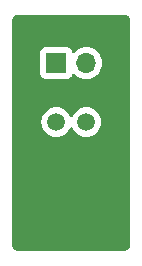
<source format=gbr>
%TF.GenerationSoftware,KiCad,Pcbnew,7.0.2*%
%TF.CreationDate,2023-11-30T16:26:43-07:00*%
%TF.ProjectId,heater_adapt_pcb,68656174-6572-45f6-9164-6170745f7063,rev?*%
%TF.SameCoordinates,Original*%
%TF.FileFunction,Copper,L2,Bot*%
%TF.FilePolarity,Positive*%
%FSLAX46Y46*%
G04 Gerber Fmt 4.6, Leading zero omitted, Abs format (unit mm)*
G04 Created by KiCad (PCBNEW 7.0.2) date 2023-11-30 16:26:43*
%MOMM*%
%LPD*%
G01*
G04 APERTURE LIST*
%TA.AperFunction,ComponentPad*%
%ADD10R,1.700000X1.700000*%
%TD*%
%TA.AperFunction,ComponentPad*%
%ADD11O,1.700000X1.700000*%
%TD*%
%TA.AperFunction,ComponentPad*%
%ADD12C,1.500000*%
%TD*%
G04 APERTURE END LIST*
D10*
%TO.P,J1,1,Pin_1*%
%TO.N,/+*%
X-1270000Y0D03*
D11*
%TO.P,J1,2,Pin_2*%
%TO.N,/-*%
X1270000Y0D03*
%TD*%
D12*
%TO.P,J2,1,Pin_1*%
%TO.N,/+*%
X-1270000Y-5000000D03*
%TO.P,J2,2,Pin_2*%
%TO.N,/-*%
X1270000Y-5000000D03*
%TD*%
%TA.AperFunction,NonConductor*%
G36*
X4506922Y4098720D02*
G01*
X4526353Y4096530D01*
X4548805Y4093574D01*
X4605858Y4086063D01*
X4630583Y4080174D01*
X4663094Y4068798D01*
X4669591Y4066318D01*
X4722180Y4044536D01*
X4740702Y4034967D01*
X4773053Y4014639D01*
X4782567Y4008021D01*
X4824980Y3975476D01*
X4837174Y3964782D01*
X4864782Y3937174D01*
X4875476Y3924980D01*
X4908021Y3882567D01*
X4914639Y3873053D01*
X4934967Y3840702D01*
X4944536Y3822180D01*
X4966318Y3769591D01*
X4968798Y3763094D01*
X4980169Y3730597D01*
X4986066Y3705829D01*
X4996530Y3626353D01*
X4996744Y3624458D01*
X4998737Y3606766D01*
X4999500Y3593090D01*
X4999500Y-15393033D01*
X4998720Y-15406920D01*
X4996530Y-15426352D01*
X4993131Y-15452174D01*
X4986063Y-15505858D01*
X4980174Y-15530583D01*
X4968798Y-15563094D01*
X4966318Y-15569591D01*
X4944536Y-15622180D01*
X4934967Y-15640702D01*
X4914639Y-15673053D01*
X4908021Y-15682567D01*
X4875476Y-15724980D01*
X4864782Y-15737174D01*
X4837174Y-15764782D01*
X4824980Y-15775476D01*
X4782567Y-15808021D01*
X4773053Y-15814639D01*
X4740702Y-15834967D01*
X4722180Y-15844536D01*
X4669591Y-15866318D01*
X4663094Y-15868798D01*
X4630597Y-15880169D01*
X4605829Y-15886066D01*
X4526353Y-15896530D01*
X4524458Y-15896744D01*
X4506766Y-15898737D01*
X4493090Y-15899500D01*
X-4493034Y-15899500D01*
X-4506922Y-15898720D01*
X-4526353Y-15896530D01*
X-4548805Y-15893574D01*
X-4605858Y-15886063D01*
X-4630583Y-15880174D01*
X-4663094Y-15868798D01*
X-4669591Y-15866318D01*
X-4722180Y-15844536D01*
X-4740702Y-15834967D01*
X-4773053Y-15814639D01*
X-4782567Y-15808021D01*
X-4824980Y-15775476D01*
X-4837174Y-15764782D01*
X-4864782Y-15737174D01*
X-4875476Y-15724980D01*
X-4908021Y-15682567D01*
X-4914639Y-15673053D01*
X-4934967Y-15640702D01*
X-4944536Y-15622180D01*
X-4966318Y-15569591D01*
X-4968798Y-15563094D01*
X-4980169Y-15530597D01*
X-4986066Y-15505829D01*
X-4996530Y-15426353D01*
X-4996744Y-15424458D01*
X-4998737Y-15406766D01*
X-4999500Y-15393090D01*
X-4999500Y-5000000D01*
X-2525277Y-5000000D01*
X-2506207Y-5217977D01*
X-2449575Y-5429330D01*
X-2357102Y-5627639D01*
X-2231598Y-5806877D01*
X-2076877Y-5961598D01*
X-1897639Y-6087102D01*
X-1699330Y-6179575D01*
X-1487977Y-6236207D01*
X-1270000Y-6255277D01*
X-1052023Y-6236207D01*
X-840670Y-6179575D01*
X-642361Y-6087102D01*
X-463123Y-5961598D01*
X-308402Y-5806877D01*
X-182898Y-5627639D01*
X-112382Y-5476417D01*
X-66210Y-5423978D01*
X984Y-5404826D01*
X67865Y-5425042D01*
X112382Y-5476417D01*
X182898Y-5627639D01*
X308402Y-5806877D01*
X463123Y-5961598D01*
X642361Y-6087102D01*
X840670Y-6179575D01*
X1052023Y-6236207D01*
X1270000Y-6255277D01*
X1487977Y-6236207D01*
X1699330Y-6179575D01*
X1897639Y-6087102D01*
X2076877Y-5961598D01*
X2231598Y-5806877D01*
X2357102Y-5627639D01*
X2449575Y-5429330D01*
X2506207Y-5217977D01*
X2525277Y-5000000D01*
X2506207Y-4782023D01*
X2449575Y-4570670D01*
X2357102Y-4372362D01*
X2231598Y-4193123D01*
X2076877Y-4038402D01*
X1897639Y-3912898D01*
X1806205Y-3870261D01*
X1699331Y-3820425D01*
X1487974Y-3763792D01*
X1270000Y-3744722D01*
X1052025Y-3763792D01*
X840668Y-3820425D01*
X642361Y-3912898D01*
X463122Y-4038402D01*
X308402Y-4193122D01*
X182898Y-4372361D01*
X112382Y-4523583D01*
X66209Y-4576022D01*
X-984Y-4595174D01*
X-67865Y-4574958D01*
X-112382Y-4523583D01*
X-182898Y-4372361D01*
X-308402Y-4193122D01*
X-463119Y-4038405D01*
X-463123Y-4038402D01*
X-642361Y-3912898D01*
X-642363Y-3912897D01*
X-840668Y-3820425D01*
X-1052025Y-3763792D01*
X-1270000Y-3744722D01*
X-1487974Y-3763792D01*
X-1699331Y-3820425D01*
X-1897637Y-3912897D01*
X-1897638Y-3912898D01*
X-2076877Y-4038402D01*
X-2231598Y-4193123D01*
X-2357102Y-4372362D01*
X-2449575Y-4570670D01*
X-2506207Y-4782023D01*
X-2525277Y-5000000D01*
X-4999500Y-5000000D01*
X-4999500Y897873D01*
X-2620500Y897873D01*
X-2620499Y-897872D01*
X-2614091Y-957483D01*
X-2563796Y-1092331D01*
X-2477546Y-1207546D01*
X-2362331Y-1293796D01*
X-2227483Y-1344091D01*
X-2167873Y-1350500D01*
X-372128Y-1350499D01*
X-312517Y-1344091D01*
X-177669Y-1293796D01*
X-62454Y-1207546D01*
X23796Y-1092331D01*
X72810Y-960916D01*
X114681Y-904983D01*
X180146Y-880566D01*
X248419Y-895418D01*
X276673Y-916569D01*
X398599Y-1038495D01*
X592170Y-1174035D01*
X806337Y-1273903D01*
X1034592Y-1335063D01*
X1270000Y-1355659D01*
X1505408Y-1335063D01*
X1733663Y-1273903D01*
X1947830Y-1174035D01*
X2141401Y-1038495D01*
X2308495Y-871401D01*
X2444035Y-677830D01*
X2543903Y-463663D01*
X2605063Y-235408D01*
X2625659Y0D01*
X2605063Y235408D01*
X2543903Y463663D01*
X2444035Y677829D01*
X2308495Y871401D01*
X2141401Y1038495D01*
X1947830Y1174035D01*
X1733663Y1273903D01*
X1505408Y1335063D01*
X1270000Y1355659D01*
X1034592Y1335063D01*
X806337Y1273903D01*
X592171Y1174035D01*
X475486Y1092331D01*
X398598Y1038494D01*
X276673Y916569D01*
X215350Y883084D01*
X145658Y888068D01*
X89725Y929940D01*
X72810Y960917D01*
X23796Y1092331D01*
X-62454Y1207546D01*
X-177669Y1293796D01*
X-312517Y1344091D01*
X-372127Y1350500D01*
X-2167872Y1350499D01*
X-2227483Y1344091D01*
X-2362331Y1293796D01*
X-2477546Y1207546D01*
X-2563796Y1092331D01*
X-2614091Y957483D01*
X-2620500Y897873D01*
X-4999500Y897873D01*
X-4999500Y3593033D01*
X-4998720Y3606920D01*
X-4996530Y3626352D01*
X-4993131Y3652174D01*
X-4986063Y3705858D01*
X-4980174Y3730583D01*
X-4968798Y3763094D01*
X-4966318Y3769591D01*
X-4944536Y3822180D01*
X-4934967Y3840702D01*
X-4914639Y3873053D01*
X-4908021Y3882567D01*
X-4875476Y3924980D01*
X-4864782Y3937174D01*
X-4837174Y3964782D01*
X-4824980Y3975476D01*
X-4782567Y4008021D01*
X-4773053Y4014639D01*
X-4740702Y4034967D01*
X-4722180Y4044536D01*
X-4669591Y4066318D01*
X-4663094Y4068798D01*
X-4630597Y4080169D01*
X-4605829Y4086066D01*
X-4526353Y4096530D01*
X-4524458Y4096744D01*
X-4506766Y4098737D01*
X-4493090Y4099500D01*
X4493034Y4099500D01*
X4506922Y4098720D01*
G37*
%TD.AperFunction*%
M02*

</source>
